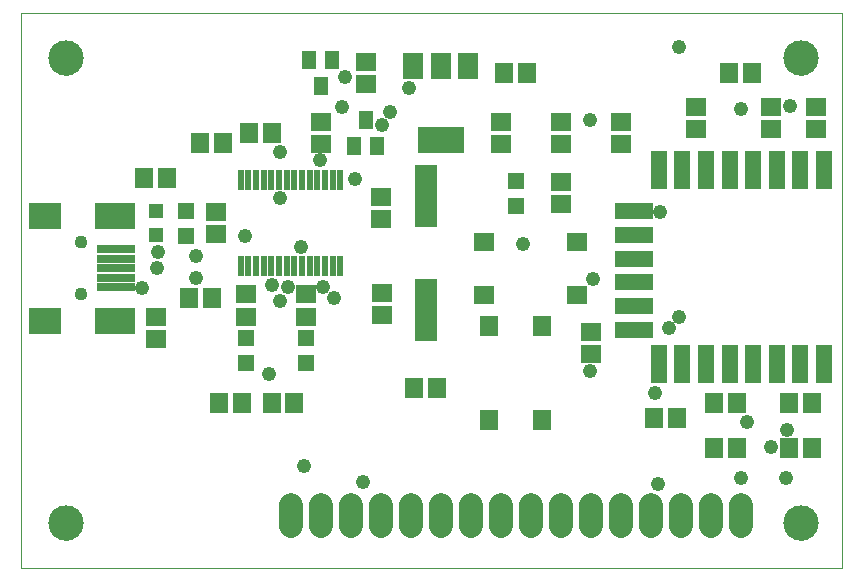
<source format=gts>
G75*
%MOIN*%
%OFA0B0*%
%FSLAX25Y25*%
%IPPOS*%
%LPD*%
%AMOC8*
5,1,8,0,0,1.08239X$1,22.5*
%
%ADD10C,0.00000*%
%ADD11C,0.11824*%
%ADD12R,0.06706X0.05918*%
%ADD13R,0.05918X0.06706*%
%ADD14R,0.02375X0.06706*%
%ADD15R,0.06706X0.08674*%
%ADD16R,0.15761X0.08674*%
%ADD17R,0.04737X0.04737*%
%ADD18R,0.05524X0.05524*%
%ADD19R,0.07800X0.20800*%
%ADD20R,0.05918X0.06902*%
%ADD21R,0.06902X0.05918*%
%ADD22R,0.04737X0.06312*%
%ADD23R,0.05524X0.12611*%
%ADD24R,0.12611X0.05524*%
%ADD25R,0.10643X0.08674*%
%ADD26R,0.13792X0.08674*%
%ADD27R,0.13005X0.02769*%
%ADD28C,0.04343*%
%ADD29C,0.07887*%
%ADD30C,0.04800*%
%ADD31C,0.04762*%
D10*
X0021404Y0011404D02*
X0021404Y0196364D01*
X0295104Y0196364D01*
X0295104Y0011404D01*
X0021404Y0011404D01*
X0030892Y0026404D02*
X0030894Y0026552D01*
X0030900Y0026700D01*
X0030910Y0026848D01*
X0030924Y0026995D01*
X0030942Y0027142D01*
X0030963Y0027288D01*
X0030989Y0027434D01*
X0031019Y0027579D01*
X0031052Y0027723D01*
X0031090Y0027866D01*
X0031131Y0028008D01*
X0031176Y0028149D01*
X0031224Y0028289D01*
X0031277Y0028428D01*
X0031333Y0028565D01*
X0031393Y0028700D01*
X0031456Y0028834D01*
X0031523Y0028966D01*
X0031594Y0029096D01*
X0031668Y0029224D01*
X0031745Y0029350D01*
X0031826Y0029474D01*
X0031910Y0029596D01*
X0031997Y0029715D01*
X0032088Y0029832D01*
X0032182Y0029947D01*
X0032278Y0030059D01*
X0032378Y0030169D01*
X0032480Y0030275D01*
X0032586Y0030379D01*
X0032694Y0030480D01*
X0032805Y0030578D01*
X0032918Y0030674D01*
X0033034Y0030766D01*
X0033152Y0030855D01*
X0033273Y0030940D01*
X0033396Y0031023D01*
X0033521Y0031102D01*
X0033648Y0031178D01*
X0033777Y0031250D01*
X0033908Y0031319D01*
X0034041Y0031384D01*
X0034176Y0031445D01*
X0034312Y0031503D01*
X0034449Y0031558D01*
X0034588Y0031608D01*
X0034729Y0031655D01*
X0034870Y0031698D01*
X0035013Y0031738D01*
X0035157Y0031773D01*
X0035301Y0031805D01*
X0035447Y0031832D01*
X0035593Y0031856D01*
X0035740Y0031876D01*
X0035887Y0031892D01*
X0036034Y0031904D01*
X0036182Y0031912D01*
X0036330Y0031916D01*
X0036478Y0031916D01*
X0036626Y0031912D01*
X0036774Y0031904D01*
X0036921Y0031892D01*
X0037068Y0031876D01*
X0037215Y0031856D01*
X0037361Y0031832D01*
X0037507Y0031805D01*
X0037651Y0031773D01*
X0037795Y0031738D01*
X0037938Y0031698D01*
X0038079Y0031655D01*
X0038220Y0031608D01*
X0038359Y0031558D01*
X0038496Y0031503D01*
X0038632Y0031445D01*
X0038767Y0031384D01*
X0038900Y0031319D01*
X0039031Y0031250D01*
X0039160Y0031178D01*
X0039287Y0031102D01*
X0039412Y0031023D01*
X0039535Y0030940D01*
X0039656Y0030855D01*
X0039774Y0030766D01*
X0039890Y0030674D01*
X0040003Y0030578D01*
X0040114Y0030480D01*
X0040222Y0030379D01*
X0040328Y0030275D01*
X0040430Y0030169D01*
X0040530Y0030059D01*
X0040626Y0029947D01*
X0040720Y0029832D01*
X0040811Y0029715D01*
X0040898Y0029596D01*
X0040982Y0029474D01*
X0041063Y0029350D01*
X0041140Y0029224D01*
X0041214Y0029096D01*
X0041285Y0028966D01*
X0041352Y0028834D01*
X0041415Y0028700D01*
X0041475Y0028565D01*
X0041531Y0028428D01*
X0041584Y0028289D01*
X0041632Y0028149D01*
X0041677Y0028008D01*
X0041718Y0027866D01*
X0041756Y0027723D01*
X0041789Y0027579D01*
X0041819Y0027434D01*
X0041845Y0027288D01*
X0041866Y0027142D01*
X0041884Y0026995D01*
X0041898Y0026848D01*
X0041908Y0026700D01*
X0041914Y0026552D01*
X0041916Y0026404D01*
X0041914Y0026256D01*
X0041908Y0026108D01*
X0041898Y0025960D01*
X0041884Y0025813D01*
X0041866Y0025666D01*
X0041845Y0025520D01*
X0041819Y0025374D01*
X0041789Y0025229D01*
X0041756Y0025085D01*
X0041718Y0024942D01*
X0041677Y0024800D01*
X0041632Y0024659D01*
X0041584Y0024519D01*
X0041531Y0024380D01*
X0041475Y0024243D01*
X0041415Y0024108D01*
X0041352Y0023974D01*
X0041285Y0023842D01*
X0041214Y0023712D01*
X0041140Y0023584D01*
X0041063Y0023458D01*
X0040982Y0023334D01*
X0040898Y0023212D01*
X0040811Y0023093D01*
X0040720Y0022976D01*
X0040626Y0022861D01*
X0040530Y0022749D01*
X0040430Y0022639D01*
X0040328Y0022533D01*
X0040222Y0022429D01*
X0040114Y0022328D01*
X0040003Y0022230D01*
X0039890Y0022134D01*
X0039774Y0022042D01*
X0039656Y0021953D01*
X0039535Y0021868D01*
X0039412Y0021785D01*
X0039287Y0021706D01*
X0039160Y0021630D01*
X0039031Y0021558D01*
X0038900Y0021489D01*
X0038767Y0021424D01*
X0038632Y0021363D01*
X0038496Y0021305D01*
X0038359Y0021250D01*
X0038220Y0021200D01*
X0038079Y0021153D01*
X0037938Y0021110D01*
X0037795Y0021070D01*
X0037651Y0021035D01*
X0037507Y0021003D01*
X0037361Y0020976D01*
X0037215Y0020952D01*
X0037068Y0020932D01*
X0036921Y0020916D01*
X0036774Y0020904D01*
X0036626Y0020896D01*
X0036478Y0020892D01*
X0036330Y0020892D01*
X0036182Y0020896D01*
X0036034Y0020904D01*
X0035887Y0020916D01*
X0035740Y0020932D01*
X0035593Y0020952D01*
X0035447Y0020976D01*
X0035301Y0021003D01*
X0035157Y0021035D01*
X0035013Y0021070D01*
X0034870Y0021110D01*
X0034729Y0021153D01*
X0034588Y0021200D01*
X0034449Y0021250D01*
X0034312Y0021305D01*
X0034176Y0021363D01*
X0034041Y0021424D01*
X0033908Y0021489D01*
X0033777Y0021558D01*
X0033648Y0021630D01*
X0033521Y0021706D01*
X0033396Y0021785D01*
X0033273Y0021868D01*
X0033152Y0021953D01*
X0033034Y0022042D01*
X0032918Y0022134D01*
X0032805Y0022230D01*
X0032694Y0022328D01*
X0032586Y0022429D01*
X0032480Y0022533D01*
X0032378Y0022639D01*
X0032278Y0022749D01*
X0032182Y0022861D01*
X0032088Y0022976D01*
X0031997Y0023093D01*
X0031910Y0023212D01*
X0031826Y0023334D01*
X0031745Y0023458D01*
X0031668Y0023584D01*
X0031594Y0023712D01*
X0031523Y0023842D01*
X0031456Y0023974D01*
X0031393Y0024108D01*
X0031333Y0024243D01*
X0031277Y0024380D01*
X0031224Y0024519D01*
X0031176Y0024659D01*
X0031131Y0024800D01*
X0031090Y0024942D01*
X0031052Y0025085D01*
X0031019Y0025229D01*
X0030989Y0025374D01*
X0030963Y0025520D01*
X0030942Y0025666D01*
X0030924Y0025813D01*
X0030910Y0025960D01*
X0030900Y0026108D01*
X0030894Y0026256D01*
X0030892Y0026404D01*
X0039632Y0102742D02*
X0039634Y0102826D01*
X0039640Y0102909D01*
X0039650Y0102992D01*
X0039664Y0103075D01*
X0039681Y0103157D01*
X0039703Y0103238D01*
X0039728Y0103317D01*
X0039757Y0103396D01*
X0039790Y0103473D01*
X0039826Y0103548D01*
X0039866Y0103622D01*
X0039909Y0103694D01*
X0039956Y0103763D01*
X0040006Y0103830D01*
X0040059Y0103895D01*
X0040115Y0103957D01*
X0040173Y0104017D01*
X0040235Y0104074D01*
X0040299Y0104127D01*
X0040366Y0104178D01*
X0040435Y0104225D01*
X0040506Y0104270D01*
X0040579Y0104310D01*
X0040654Y0104347D01*
X0040731Y0104381D01*
X0040809Y0104411D01*
X0040888Y0104437D01*
X0040969Y0104460D01*
X0041051Y0104478D01*
X0041133Y0104493D01*
X0041216Y0104504D01*
X0041299Y0104511D01*
X0041383Y0104514D01*
X0041467Y0104513D01*
X0041550Y0104508D01*
X0041634Y0104499D01*
X0041716Y0104486D01*
X0041798Y0104470D01*
X0041879Y0104449D01*
X0041960Y0104425D01*
X0042038Y0104397D01*
X0042116Y0104365D01*
X0042192Y0104329D01*
X0042266Y0104290D01*
X0042338Y0104248D01*
X0042408Y0104202D01*
X0042476Y0104153D01*
X0042541Y0104101D01*
X0042604Y0104046D01*
X0042664Y0103988D01*
X0042722Y0103927D01*
X0042776Y0103863D01*
X0042828Y0103797D01*
X0042876Y0103729D01*
X0042921Y0103658D01*
X0042962Y0103585D01*
X0043001Y0103511D01*
X0043035Y0103435D01*
X0043066Y0103357D01*
X0043093Y0103278D01*
X0043117Y0103197D01*
X0043136Y0103116D01*
X0043152Y0103034D01*
X0043164Y0102951D01*
X0043172Y0102867D01*
X0043176Y0102784D01*
X0043176Y0102700D01*
X0043172Y0102617D01*
X0043164Y0102533D01*
X0043152Y0102450D01*
X0043136Y0102368D01*
X0043117Y0102287D01*
X0043093Y0102206D01*
X0043066Y0102127D01*
X0043035Y0102049D01*
X0043001Y0101973D01*
X0042962Y0101899D01*
X0042921Y0101826D01*
X0042876Y0101755D01*
X0042828Y0101687D01*
X0042776Y0101621D01*
X0042722Y0101557D01*
X0042664Y0101496D01*
X0042604Y0101438D01*
X0042541Y0101383D01*
X0042476Y0101331D01*
X0042408Y0101282D01*
X0042338Y0101236D01*
X0042266Y0101194D01*
X0042192Y0101155D01*
X0042116Y0101119D01*
X0042038Y0101087D01*
X0041960Y0101059D01*
X0041879Y0101035D01*
X0041798Y0101014D01*
X0041716Y0100998D01*
X0041634Y0100985D01*
X0041550Y0100976D01*
X0041467Y0100971D01*
X0041383Y0100970D01*
X0041299Y0100973D01*
X0041216Y0100980D01*
X0041133Y0100991D01*
X0041051Y0101006D01*
X0040969Y0101024D01*
X0040888Y0101047D01*
X0040809Y0101073D01*
X0040731Y0101103D01*
X0040654Y0101137D01*
X0040579Y0101174D01*
X0040506Y0101214D01*
X0040435Y0101259D01*
X0040366Y0101306D01*
X0040299Y0101357D01*
X0040235Y0101410D01*
X0040173Y0101467D01*
X0040115Y0101527D01*
X0040059Y0101589D01*
X0040006Y0101654D01*
X0039956Y0101721D01*
X0039909Y0101790D01*
X0039866Y0101862D01*
X0039826Y0101936D01*
X0039790Y0102011D01*
X0039757Y0102088D01*
X0039728Y0102167D01*
X0039703Y0102246D01*
X0039681Y0102327D01*
X0039664Y0102409D01*
X0039650Y0102492D01*
X0039640Y0102575D01*
X0039634Y0102658D01*
X0039632Y0102742D01*
X0039632Y0120065D02*
X0039634Y0120149D01*
X0039640Y0120232D01*
X0039650Y0120315D01*
X0039664Y0120398D01*
X0039681Y0120480D01*
X0039703Y0120561D01*
X0039728Y0120640D01*
X0039757Y0120719D01*
X0039790Y0120796D01*
X0039826Y0120871D01*
X0039866Y0120945D01*
X0039909Y0121017D01*
X0039956Y0121086D01*
X0040006Y0121153D01*
X0040059Y0121218D01*
X0040115Y0121280D01*
X0040173Y0121340D01*
X0040235Y0121397D01*
X0040299Y0121450D01*
X0040366Y0121501D01*
X0040435Y0121548D01*
X0040506Y0121593D01*
X0040579Y0121633D01*
X0040654Y0121670D01*
X0040731Y0121704D01*
X0040809Y0121734D01*
X0040888Y0121760D01*
X0040969Y0121783D01*
X0041051Y0121801D01*
X0041133Y0121816D01*
X0041216Y0121827D01*
X0041299Y0121834D01*
X0041383Y0121837D01*
X0041467Y0121836D01*
X0041550Y0121831D01*
X0041634Y0121822D01*
X0041716Y0121809D01*
X0041798Y0121793D01*
X0041879Y0121772D01*
X0041960Y0121748D01*
X0042038Y0121720D01*
X0042116Y0121688D01*
X0042192Y0121652D01*
X0042266Y0121613D01*
X0042338Y0121571D01*
X0042408Y0121525D01*
X0042476Y0121476D01*
X0042541Y0121424D01*
X0042604Y0121369D01*
X0042664Y0121311D01*
X0042722Y0121250D01*
X0042776Y0121186D01*
X0042828Y0121120D01*
X0042876Y0121052D01*
X0042921Y0120981D01*
X0042962Y0120908D01*
X0043001Y0120834D01*
X0043035Y0120758D01*
X0043066Y0120680D01*
X0043093Y0120601D01*
X0043117Y0120520D01*
X0043136Y0120439D01*
X0043152Y0120357D01*
X0043164Y0120274D01*
X0043172Y0120190D01*
X0043176Y0120107D01*
X0043176Y0120023D01*
X0043172Y0119940D01*
X0043164Y0119856D01*
X0043152Y0119773D01*
X0043136Y0119691D01*
X0043117Y0119610D01*
X0043093Y0119529D01*
X0043066Y0119450D01*
X0043035Y0119372D01*
X0043001Y0119296D01*
X0042962Y0119222D01*
X0042921Y0119149D01*
X0042876Y0119078D01*
X0042828Y0119010D01*
X0042776Y0118944D01*
X0042722Y0118880D01*
X0042664Y0118819D01*
X0042604Y0118761D01*
X0042541Y0118706D01*
X0042476Y0118654D01*
X0042408Y0118605D01*
X0042338Y0118559D01*
X0042266Y0118517D01*
X0042192Y0118478D01*
X0042116Y0118442D01*
X0042038Y0118410D01*
X0041960Y0118382D01*
X0041879Y0118358D01*
X0041798Y0118337D01*
X0041716Y0118321D01*
X0041634Y0118308D01*
X0041550Y0118299D01*
X0041467Y0118294D01*
X0041383Y0118293D01*
X0041299Y0118296D01*
X0041216Y0118303D01*
X0041133Y0118314D01*
X0041051Y0118329D01*
X0040969Y0118347D01*
X0040888Y0118370D01*
X0040809Y0118396D01*
X0040731Y0118426D01*
X0040654Y0118460D01*
X0040579Y0118497D01*
X0040506Y0118537D01*
X0040435Y0118582D01*
X0040366Y0118629D01*
X0040299Y0118680D01*
X0040235Y0118733D01*
X0040173Y0118790D01*
X0040115Y0118850D01*
X0040059Y0118912D01*
X0040006Y0118977D01*
X0039956Y0119044D01*
X0039909Y0119113D01*
X0039866Y0119185D01*
X0039826Y0119259D01*
X0039790Y0119334D01*
X0039757Y0119411D01*
X0039728Y0119490D01*
X0039703Y0119569D01*
X0039681Y0119650D01*
X0039664Y0119732D01*
X0039650Y0119815D01*
X0039640Y0119898D01*
X0039634Y0119981D01*
X0039632Y0120065D01*
X0030892Y0181404D02*
X0030894Y0181552D01*
X0030900Y0181700D01*
X0030910Y0181848D01*
X0030924Y0181995D01*
X0030942Y0182142D01*
X0030963Y0182288D01*
X0030989Y0182434D01*
X0031019Y0182579D01*
X0031052Y0182723D01*
X0031090Y0182866D01*
X0031131Y0183008D01*
X0031176Y0183149D01*
X0031224Y0183289D01*
X0031277Y0183428D01*
X0031333Y0183565D01*
X0031393Y0183700D01*
X0031456Y0183834D01*
X0031523Y0183966D01*
X0031594Y0184096D01*
X0031668Y0184224D01*
X0031745Y0184350D01*
X0031826Y0184474D01*
X0031910Y0184596D01*
X0031997Y0184715D01*
X0032088Y0184832D01*
X0032182Y0184947D01*
X0032278Y0185059D01*
X0032378Y0185169D01*
X0032480Y0185275D01*
X0032586Y0185379D01*
X0032694Y0185480D01*
X0032805Y0185578D01*
X0032918Y0185674D01*
X0033034Y0185766D01*
X0033152Y0185855D01*
X0033273Y0185940D01*
X0033396Y0186023D01*
X0033521Y0186102D01*
X0033648Y0186178D01*
X0033777Y0186250D01*
X0033908Y0186319D01*
X0034041Y0186384D01*
X0034176Y0186445D01*
X0034312Y0186503D01*
X0034449Y0186558D01*
X0034588Y0186608D01*
X0034729Y0186655D01*
X0034870Y0186698D01*
X0035013Y0186738D01*
X0035157Y0186773D01*
X0035301Y0186805D01*
X0035447Y0186832D01*
X0035593Y0186856D01*
X0035740Y0186876D01*
X0035887Y0186892D01*
X0036034Y0186904D01*
X0036182Y0186912D01*
X0036330Y0186916D01*
X0036478Y0186916D01*
X0036626Y0186912D01*
X0036774Y0186904D01*
X0036921Y0186892D01*
X0037068Y0186876D01*
X0037215Y0186856D01*
X0037361Y0186832D01*
X0037507Y0186805D01*
X0037651Y0186773D01*
X0037795Y0186738D01*
X0037938Y0186698D01*
X0038079Y0186655D01*
X0038220Y0186608D01*
X0038359Y0186558D01*
X0038496Y0186503D01*
X0038632Y0186445D01*
X0038767Y0186384D01*
X0038900Y0186319D01*
X0039031Y0186250D01*
X0039160Y0186178D01*
X0039287Y0186102D01*
X0039412Y0186023D01*
X0039535Y0185940D01*
X0039656Y0185855D01*
X0039774Y0185766D01*
X0039890Y0185674D01*
X0040003Y0185578D01*
X0040114Y0185480D01*
X0040222Y0185379D01*
X0040328Y0185275D01*
X0040430Y0185169D01*
X0040530Y0185059D01*
X0040626Y0184947D01*
X0040720Y0184832D01*
X0040811Y0184715D01*
X0040898Y0184596D01*
X0040982Y0184474D01*
X0041063Y0184350D01*
X0041140Y0184224D01*
X0041214Y0184096D01*
X0041285Y0183966D01*
X0041352Y0183834D01*
X0041415Y0183700D01*
X0041475Y0183565D01*
X0041531Y0183428D01*
X0041584Y0183289D01*
X0041632Y0183149D01*
X0041677Y0183008D01*
X0041718Y0182866D01*
X0041756Y0182723D01*
X0041789Y0182579D01*
X0041819Y0182434D01*
X0041845Y0182288D01*
X0041866Y0182142D01*
X0041884Y0181995D01*
X0041898Y0181848D01*
X0041908Y0181700D01*
X0041914Y0181552D01*
X0041916Y0181404D01*
X0041914Y0181256D01*
X0041908Y0181108D01*
X0041898Y0180960D01*
X0041884Y0180813D01*
X0041866Y0180666D01*
X0041845Y0180520D01*
X0041819Y0180374D01*
X0041789Y0180229D01*
X0041756Y0180085D01*
X0041718Y0179942D01*
X0041677Y0179800D01*
X0041632Y0179659D01*
X0041584Y0179519D01*
X0041531Y0179380D01*
X0041475Y0179243D01*
X0041415Y0179108D01*
X0041352Y0178974D01*
X0041285Y0178842D01*
X0041214Y0178712D01*
X0041140Y0178584D01*
X0041063Y0178458D01*
X0040982Y0178334D01*
X0040898Y0178212D01*
X0040811Y0178093D01*
X0040720Y0177976D01*
X0040626Y0177861D01*
X0040530Y0177749D01*
X0040430Y0177639D01*
X0040328Y0177533D01*
X0040222Y0177429D01*
X0040114Y0177328D01*
X0040003Y0177230D01*
X0039890Y0177134D01*
X0039774Y0177042D01*
X0039656Y0176953D01*
X0039535Y0176868D01*
X0039412Y0176785D01*
X0039287Y0176706D01*
X0039160Y0176630D01*
X0039031Y0176558D01*
X0038900Y0176489D01*
X0038767Y0176424D01*
X0038632Y0176363D01*
X0038496Y0176305D01*
X0038359Y0176250D01*
X0038220Y0176200D01*
X0038079Y0176153D01*
X0037938Y0176110D01*
X0037795Y0176070D01*
X0037651Y0176035D01*
X0037507Y0176003D01*
X0037361Y0175976D01*
X0037215Y0175952D01*
X0037068Y0175932D01*
X0036921Y0175916D01*
X0036774Y0175904D01*
X0036626Y0175896D01*
X0036478Y0175892D01*
X0036330Y0175892D01*
X0036182Y0175896D01*
X0036034Y0175904D01*
X0035887Y0175916D01*
X0035740Y0175932D01*
X0035593Y0175952D01*
X0035447Y0175976D01*
X0035301Y0176003D01*
X0035157Y0176035D01*
X0035013Y0176070D01*
X0034870Y0176110D01*
X0034729Y0176153D01*
X0034588Y0176200D01*
X0034449Y0176250D01*
X0034312Y0176305D01*
X0034176Y0176363D01*
X0034041Y0176424D01*
X0033908Y0176489D01*
X0033777Y0176558D01*
X0033648Y0176630D01*
X0033521Y0176706D01*
X0033396Y0176785D01*
X0033273Y0176868D01*
X0033152Y0176953D01*
X0033034Y0177042D01*
X0032918Y0177134D01*
X0032805Y0177230D01*
X0032694Y0177328D01*
X0032586Y0177429D01*
X0032480Y0177533D01*
X0032378Y0177639D01*
X0032278Y0177749D01*
X0032182Y0177861D01*
X0032088Y0177976D01*
X0031997Y0178093D01*
X0031910Y0178212D01*
X0031826Y0178334D01*
X0031745Y0178458D01*
X0031668Y0178584D01*
X0031594Y0178712D01*
X0031523Y0178842D01*
X0031456Y0178974D01*
X0031393Y0179108D01*
X0031333Y0179243D01*
X0031277Y0179380D01*
X0031224Y0179519D01*
X0031176Y0179659D01*
X0031131Y0179800D01*
X0031090Y0179942D01*
X0031052Y0180085D01*
X0031019Y0180229D01*
X0030989Y0180374D01*
X0030963Y0180520D01*
X0030942Y0180666D01*
X0030924Y0180813D01*
X0030910Y0180960D01*
X0030900Y0181108D01*
X0030894Y0181256D01*
X0030892Y0181404D01*
X0275892Y0181404D02*
X0275894Y0181552D01*
X0275900Y0181700D01*
X0275910Y0181848D01*
X0275924Y0181995D01*
X0275942Y0182142D01*
X0275963Y0182288D01*
X0275989Y0182434D01*
X0276019Y0182579D01*
X0276052Y0182723D01*
X0276090Y0182866D01*
X0276131Y0183008D01*
X0276176Y0183149D01*
X0276224Y0183289D01*
X0276277Y0183428D01*
X0276333Y0183565D01*
X0276393Y0183700D01*
X0276456Y0183834D01*
X0276523Y0183966D01*
X0276594Y0184096D01*
X0276668Y0184224D01*
X0276745Y0184350D01*
X0276826Y0184474D01*
X0276910Y0184596D01*
X0276997Y0184715D01*
X0277088Y0184832D01*
X0277182Y0184947D01*
X0277278Y0185059D01*
X0277378Y0185169D01*
X0277480Y0185275D01*
X0277586Y0185379D01*
X0277694Y0185480D01*
X0277805Y0185578D01*
X0277918Y0185674D01*
X0278034Y0185766D01*
X0278152Y0185855D01*
X0278273Y0185940D01*
X0278396Y0186023D01*
X0278521Y0186102D01*
X0278648Y0186178D01*
X0278777Y0186250D01*
X0278908Y0186319D01*
X0279041Y0186384D01*
X0279176Y0186445D01*
X0279312Y0186503D01*
X0279449Y0186558D01*
X0279588Y0186608D01*
X0279729Y0186655D01*
X0279870Y0186698D01*
X0280013Y0186738D01*
X0280157Y0186773D01*
X0280301Y0186805D01*
X0280447Y0186832D01*
X0280593Y0186856D01*
X0280740Y0186876D01*
X0280887Y0186892D01*
X0281034Y0186904D01*
X0281182Y0186912D01*
X0281330Y0186916D01*
X0281478Y0186916D01*
X0281626Y0186912D01*
X0281774Y0186904D01*
X0281921Y0186892D01*
X0282068Y0186876D01*
X0282215Y0186856D01*
X0282361Y0186832D01*
X0282507Y0186805D01*
X0282651Y0186773D01*
X0282795Y0186738D01*
X0282938Y0186698D01*
X0283079Y0186655D01*
X0283220Y0186608D01*
X0283359Y0186558D01*
X0283496Y0186503D01*
X0283632Y0186445D01*
X0283767Y0186384D01*
X0283900Y0186319D01*
X0284031Y0186250D01*
X0284160Y0186178D01*
X0284287Y0186102D01*
X0284412Y0186023D01*
X0284535Y0185940D01*
X0284656Y0185855D01*
X0284774Y0185766D01*
X0284890Y0185674D01*
X0285003Y0185578D01*
X0285114Y0185480D01*
X0285222Y0185379D01*
X0285328Y0185275D01*
X0285430Y0185169D01*
X0285530Y0185059D01*
X0285626Y0184947D01*
X0285720Y0184832D01*
X0285811Y0184715D01*
X0285898Y0184596D01*
X0285982Y0184474D01*
X0286063Y0184350D01*
X0286140Y0184224D01*
X0286214Y0184096D01*
X0286285Y0183966D01*
X0286352Y0183834D01*
X0286415Y0183700D01*
X0286475Y0183565D01*
X0286531Y0183428D01*
X0286584Y0183289D01*
X0286632Y0183149D01*
X0286677Y0183008D01*
X0286718Y0182866D01*
X0286756Y0182723D01*
X0286789Y0182579D01*
X0286819Y0182434D01*
X0286845Y0182288D01*
X0286866Y0182142D01*
X0286884Y0181995D01*
X0286898Y0181848D01*
X0286908Y0181700D01*
X0286914Y0181552D01*
X0286916Y0181404D01*
X0286914Y0181256D01*
X0286908Y0181108D01*
X0286898Y0180960D01*
X0286884Y0180813D01*
X0286866Y0180666D01*
X0286845Y0180520D01*
X0286819Y0180374D01*
X0286789Y0180229D01*
X0286756Y0180085D01*
X0286718Y0179942D01*
X0286677Y0179800D01*
X0286632Y0179659D01*
X0286584Y0179519D01*
X0286531Y0179380D01*
X0286475Y0179243D01*
X0286415Y0179108D01*
X0286352Y0178974D01*
X0286285Y0178842D01*
X0286214Y0178712D01*
X0286140Y0178584D01*
X0286063Y0178458D01*
X0285982Y0178334D01*
X0285898Y0178212D01*
X0285811Y0178093D01*
X0285720Y0177976D01*
X0285626Y0177861D01*
X0285530Y0177749D01*
X0285430Y0177639D01*
X0285328Y0177533D01*
X0285222Y0177429D01*
X0285114Y0177328D01*
X0285003Y0177230D01*
X0284890Y0177134D01*
X0284774Y0177042D01*
X0284656Y0176953D01*
X0284535Y0176868D01*
X0284412Y0176785D01*
X0284287Y0176706D01*
X0284160Y0176630D01*
X0284031Y0176558D01*
X0283900Y0176489D01*
X0283767Y0176424D01*
X0283632Y0176363D01*
X0283496Y0176305D01*
X0283359Y0176250D01*
X0283220Y0176200D01*
X0283079Y0176153D01*
X0282938Y0176110D01*
X0282795Y0176070D01*
X0282651Y0176035D01*
X0282507Y0176003D01*
X0282361Y0175976D01*
X0282215Y0175952D01*
X0282068Y0175932D01*
X0281921Y0175916D01*
X0281774Y0175904D01*
X0281626Y0175896D01*
X0281478Y0175892D01*
X0281330Y0175892D01*
X0281182Y0175896D01*
X0281034Y0175904D01*
X0280887Y0175916D01*
X0280740Y0175932D01*
X0280593Y0175952D01*
X0280447Y0175976D01*
X0280301Y0176003D01*
X0280157Y0176035D01*
X0280013Y0176070D01*
X0279870Y0176110D01*
X0279729Y0176153D01*
X0279588Y0176200D01*
X0279449Y0176250D01*
X0279312Y0176305D01*
X0279176Y0176363D01*
X0279041Y0176424D01*
X0278908Y0176489D01*
X0278777Y0176558D01*
X0278648Y0176630D01*
X0278521Y0176706D01*
X0278396Y0176785D01*
X0278273Y0176868D01*
X0278152Y0176953D01*
X0278034Y0177042D01*
X0277918Y0177134D01*
X0277805Y0177230D01*
X0277694Y0177328D01*
X0277586Y0177429D01*
X0277480Y0177533D01*
X0277378Y0177639D01*
X0277278Y0177749D01*
X0277182Y0177861D01*
X0277088Y0177976D01*
X0276997Y0178093D01*
X0276910Y0178212D01*
X0276826Y0178334D01*
X0276745Y0178458D01*
X0276668Y0178584D01*
X0276594Y0178712D01*
X0276523Y0178842D01*
X0276456Y0178974D01*
X0276393Y0179108D01*
X0276333Y0179243D01*
X0276277Y0179380D01*
X0276224Y0179519D01*
X0276176Y0179659D01*
X0276131Y0179800D01*
X0276090Y0179942D01*
X0276052Y0180085D01*
X0276019Y0180229D01*
X0275989Y0180374D01*
X0275963Y0180520D01*
X0275942Y0180666D01*
X0275924Y0180813D01*
X0275910Y0180960D01*
X0275900Y0181108D01*
X0275894Y0181256D01*
X0275892Y0181404D01*
X0275892Y0026404D02*
X0275894Y0026552D01*
X0275900Y0026700D01*
X0275910Y0026848D01*
X0275924Y0026995D01*
X0275942Y0027142D01*
X0275963Y0027288D01*
X0275989Y0027434D01*
X0276019Y0027579D01*
X0276052Y0027723D01*
X0276090Y0027866D01*
X0276131Y0028008D01*
X0276176Y0028149D01*
X0276224Y0028289D01*
X0276277Y0028428D01*
X0276333Y0028565D01*
X0276393Y0028700D01*
X0276456Y0028834D01*
X0276523Y0028966D01*
X0276594Y0029096D01*
X0276668Y0029224D01*
X0276745Y0029350D01*
X0276826Y0029474D01*
X0276910Y0029596D01*
X0276997Y0029715D01*
X0277088Y0029832D01*
X0277182Y0029947D01*
X0277278Y0030059D01*
X0277378Y0030169D01*
X0277480Y0030275D01*
X0277586Y0030379D01*
X0277694Y0030480D01*
X0277805Y0030578D01*
X0277918Y0030674D01*
X0278034Y0030766D01*
X0278152Y0030855D01*
X0278273Y0030940D01*
X0278396Y0031023D01*
X0278521Y0031102D01*
X0278648Y0031178D01*
X0278777Y0031250D01*
X0278908Y0031319D01*
X0279041Y0031384D01*
X0279176Y0031445D01*
X0279312Y0031503D01*
X0279449Y0031558D01*
X0279588Y0031608D01*
X0279729Y0031655D01*
X0279870Y0031698D01*
X0280013Y0031738D01*
X0280157Y0031773D01*
X0280301Y0031805D01*
X0280447Y0031832D01*
X0280593Y0031856D01*
X0280740Y0031876D01*
X0280887Y0031892D01*
X0281034Y0031904D01*
X0281182Y0031912D01*
X0281330Y0031916D01*
X0281478Y0031916D01*
X0281626Y0031912D01*
X0281774Y0031904D01*
X0281921Y0031892D01*
X0282068Y0031876D01*
X0282215Y0031856D01*
X0282361Y0031832D01*
X0282507Y0031805D01*
X0282651Y0031773D01*
X0282795Y0031738D01*
X0282938Y0031698D01*
X0283079Y0031655D01*
X0283220Y0031608D01*
X0283359Y0031558D01*
X0283496Y0031503D01*
X0283632Y0031445D01*
X0283767Y0031384D01*
X0283900Y0031319D01*
X0284031Y0031250D01*
X0284160Y0031178D01*
X0284287Y0031102D01*
X0284412Y0031023D01*
X0284535Y0030940D01*
X0284656Y0030855D01*
X0284774Y0030766D01*
X0284890Y0030674D01*
X0285003Y0030578D01*
X0285114Y0030480D01*
X0285222Y0030379D01*
X0285328Y0030275D01*
X0285430Y0030169D01*
X0285530Y0030059D01*
X0285626Y0029947D01*
X0285720Y0029832D01*
X0285811Y0029715D01*
X0285898Y0029596D01*
X0285982Y0029474D01*
X0286063Y0029350D01*
X0286140Y0029224D01*
X0286214Y0029096D01*
X0286285Y0028966D01*
X0286352Y0028834D01*
X0286415Y0028700D01*
X0286475Y0028565D01*
X0286531Y0028428D01*
X0286584Y0028289D01*
X0286632Y0028149D01*
X0286677Y0028008D01*
X0286718Y0027866D01*
X0286756Y0027723D01*
X0286789Y0027579D01*
X0286819Y0027434D01*
X0286845Y0027288D01*
X0286866Y0027142D01*
X0286884Y0026995D01*
X0286898Y0026848D01*
X0286908Y0026700D01*
X0286914Y0026552D01*
X0286916Y0026404D01*
X0286914Y0026256D01*
X0286908Y0026108D01*
X0286898Y0025960D01*
X0286884Y0025813D01*
X0286866Y0025666D01*
X0286845Y0025520D01*
X0286819Y0025374D01*
X0286789Y0025229D01*
X0286756Y0025085D01*
X0286718Y0024942D01*
X0286677Y0024800D01*
X0286632Y0024659D01*
X0286584Y0024519D01*
X0286531Y0024380D01*
X0286475Y0024243D01*
X0286415Y0024108D01*
X0286352Y0023974D01*
X0286285Y0023842D01*
X0286214Y0023712D01*
X0286140Y0023584D01*
X0286063Y0023458D01*
X0285982Y0023334D01*
X0285898Y0023212D01*
X0285811Y0023093D01*
X0285720Y0022976D01*
X0285626Y0022861D01*
X0285530Y0022749D01*
X0285430Y0022639D01*
X0285328Y0022533D01*
X0285222Y0022429D01*
X0285114Y0022328D01*
X0285003Y0022230D01*
X0284890Y0022134D01*
X0284774Y0022042D01*
X0284656Y0021953D01*
X0284535Y0021868D01*
X0284412Y0021785D01*
X0284287Y0021706D01*
X0284160Y0021630D01*
X0284031Y0021558D01*
X0283900Y0021489D01*
X0283767Y0021424D01*
X0283632Y0021363D01*
X0283496Y0021305D01*
X0283359Y0021250D01*
X0283220Y0021200D01*
X0283079Y0021153D01*
X0282938Y0021110D01*
X0282795Y0021070D01*
X0282651Y0021035D01*
X0282507Y0021003D01*
X0282361Y0020976D01*
X0282215Y0020952D01*
X0282068Y0020932D01*
X0281921Y0020916D01*
X0281774Y0020904D01*
X0281626Y0020896D01*
X0281478Y0020892D01*
X0281330Y0020892D01*
X0281182Y0020896D01*
X0281034Y0020904D01*
X0280887Y0020916D01*
X0280740Y0020932D01*
X0280593Y0020952D01*
X0280447Y0020976D01*
X0280301Y0021003D01*
X0280157Y0021035D01*
X0280013Y0021070D01*
X0279870Y0021110D01*
X0279729Y0021153D01*
X0279588Y0021200D01*
X0279449Y0021250D01*
X0279312Y0021305D01*
X0279176Y0021363D01*
X0279041Y0021424D01*
X0278908Y0021489D01*
X0278777Y0021558D01*
X0278648Y0021630D01*
X0278521Y0021706D01*
X0278396Y0021785D01*
X0278273Y0021868D01*
X0278152Y0021953D01*
X0278034Y0022042D01*
X0277918Y0022134D01*
X0277805Y0022230D01*
X0277694Y0022328D01*
X0277586Y0022429D01*
X0277480Y0022533D01*
X0277378Y0022639D01*
X0277278Y0022749D01*
X0277182Y0022861D01*
X0277088Y0022976D01*
X0276997Y0023093D01*
X0276910Y0023212D01*
X0276826Y0023334D01*
X0276745Y0023458D01*
X0276668Y0023584D01*
X0276594Y0023712D01*
X0276523Y0023842D01*
X0276456Y0023974D01*
X0276393Y0024108D01*
X0276333Y0024243D01*
X0276277Y0024380D01*
X0276224Y0024519D01*
X0276176Y0024659D01*
X0276131Y0024800D01*
X0276090Y0024942D01*
X0276052Y0025085D01*
X0276019Y0025229D01*
X0275989Y0025374D01*
X0275963Y0025520D01*
X0275942Y0025666D01*
X0275924Y0025813D01*
X0275910Y0025960D01*
X0275900Y0026108D01*
X0275894Y0026256D01*
X0275892Y0026404D01*
D11*
X0281404Y0026404D03*
X0281404Y0181404D03*
X0036404Y0181404D03*
X0036404Y0026404D03*
D12*
X0066404Y0087663D03*
X0066404Y0095144D03*
X0096404Y0095163D03*
X0096404Y0102644D03*
X0116404Y0102644D03*
X0116404Y0095163D03*
X0141886Y0095665D03*
X0141886Y0103146D03*
X0141404Y0127663D03*
X0141404Y0135144D03*
X0121404Y0152663D03*
X0121404Y0160144D03*
X0136404Y0172663D03*
X0136404Y0180144D03*
X0181404Y0160144D03*
X0181404Y0152663D03*
X0201404Y0152663D03*
X0201404Y0160144D03*
X0221404Y0160144D03*
X0221404Y0152663D03*
X0201404Y0140144D03*
X0201404Y0132663D03*
X0246404Y0157663D03*
X0246404Y0165144D03*
X0271404Y0165144D03*
X0271404Y0157663D03*
X0286404Y0157663D03*
X0286404Y0165144D03*
X0211404Y0090144D03*
X0211404Y0082663D03*
X0086404Y0122663D03*
X0086404Y0130144D03*
D13*
X0070144Y0141404D03*
X0062663Y0141404D03*
X0081384Y0153175D03*
X0088864Y0153175D03*
X0097663Y0156404D03*
X0105144Y0156404D03*
X0182663Y0176404D03*
X0190144Y0176404D03*
X0257663Y0176404D03*
X0265144Y0176404D03*
X0160144Y0071404D03*
X0152663Y0071404D03*
X0112644Y0066404D03*
X0105163Y0066404D03*
X0095144Y0066404D03*
X0087663Y0066404D03*
X0085144Y0101404D03*
X0077663Y0101404D03*
X0232663Y0061404D03*
X0240144Y0061404D03*
X0252663Y0066404D03*
X0260144Y0066404D03*
X0277663Y0066404D03*
X0285144Y0066404D03*
X0285144Y0051404D03*
X0277663Y0051404D03*
X0260144Y0051404D03*
X0252663Y0051404D03*
D14*
X0128037Y0112132D03*
X0125478Y0112132D03*
X0122919Y0112132D03*
X0120360Y0112132D03*
X0117801Y0112132D03*
X0115242Y0112132D03*
X0112683Y0112132D03*
X0110124Y0112132D03*
X0107565Y0112132D03*
X0105006Y0112132D03*
X0102447Y0112132D03*
X0099888Y0112132D03*
X0097329Y0112132D03*
X0094770Y0112132D03*
X0094770Y0140675D03*
X0097329Y0140675D03*
X0099888Y0140675D03*
X0102447Y0140675D03*
X0105006Y0140675D03*
X0107565Y0140675D03*
X0110124Y0140675D03*
X0112683Y0140675D03*
X0115242Y0140675D03*
X0117801Y0140675D03*
X0120360Y0140675D03*
X0122919Y0140675D03*
X0125478Y0140675D03*
X0128037Y0140675D03*
D15*
X0152348Y0178805D03*
X0161404Y0178805D03*
X0170459Y0178805D03*
D16*
X0161404Y0154002D03*
D17*
X0066404Y0130341D03*
X0066404Y0122467D03*
D18*
X0076404Y0122270D03*
X0076404Y0130537D03*
X0096404Y0088037D03*
X0096404Y0079770D03*
X0116404Y0079770D03*
X0116404Y0088037D03*
X0186404Y0132270D03*
X0186404Y0140537D03*
D19*
X0156404Y0135404D03*
X0156404Y0097404D03*
D20*
X0177545Y0092053D03*
X0195262Y0092053D03*
X0195262Y0060754D03*
X0177545Y0060754D03*
D21*
X0175754Y0102545D03*
X0175754Y0120262D03*
X0207053Y0120262D03*
X0207053Y0102545D03*
D22*
X0140144Y0152073D03*
X0132663Y0152073D03*
X0136404Y0160734D03*
X0121404Y0172073D03*
X0125144Y0180734D03*
X0117663Y0180734D03*
D23*
X0234120Y0144081D03*
X0241994Y0144081D03*
X0249868Y0144081D03*
X0257742Y0144081D03*
X0265616Y0144081D03*
X0273490Y0144081D03*
X0281364Y0144081D03*
X0289238Y0144081D03*
X0289238Y0079514D03*
X0281364Y0079514D03*
X0273490Y0079514D03*
X0265616Y0079514D03*
X0257742Y0079514D03*
X0249868Y0079514D03*
X0241994Y0079514D03*
X0234120Y0079514D03*
D24*
X0225852Y0090931D03*
X0225852Y0098805D03*
X0225852Y0106679D03*
X0225852Y0114553D03*
X0225852Y0122427D03*
X0225852Y0130301D03*
D25*
X0029593Y0128923D03*
X0029593Y0093884D03*
D26*
X0052821Y0093884D03*
X0052821Y0128923D03*
D27*
X0053215Y0117703D03*
X0053215Y0114553D03*
X0053215Y0111404D03*
X0053215Y0108254D03*
X0053215Y0105104D03*
D28*
X0041404Y0102742D03*
X0041404Y0120065D03*
D29*
X0111404Y0032447D02*
X0111404Y0025360D01*
X0121404Y0025360D02*
X0121404Y0032447D01*
X0131404Y0032447D02*
X0131404Y0025360D01*
X0141404Y0025360D02*
X0141404Y0032447D01*
X0151404Y0032447D02*
X0151404Y0025360D01*
X0161404Y0025360D02*
X0161404Y0032447D01*
X0171404Y0032447D02*
X0171404Y0025360D01*
X0181404Y0025360D02*
X0181404Y0032447D01*
X0191404Y0032447D02*
X0191404Y0025360D01*
X0201404Y0025360D02*
X0201404Y0032447D01*
X0211404Y0032447D02*
X0211404Y0025360D01*
X0221404Y0025360D02*
X0221404Y0032447D01*
X0231404Y0032447D02*
X0231404Y0025360D01*
X0241404Y0025360D02*
X0241404Y0032447D01*
X0251404Y0032447D02*
X0251404Y0025360D01*
X0261404Y0025360D02*
X0261404Y0032447D01*
D30*
X0233804Y0039304D03*
X0263504Y0060004D03*
X0271604Y0051904D03*
X0277004Y0057304D03*
X0232904Y0069904D03*
X0211304Y0077104D03*
X0237404Y0091504D03*
X0241004Y0095104D03*
X0212204Y0107704D03*
X0188804Y0119404D03*
X0234704Y0130204D03*
X0211304Y0160804D03*
X0241004Y0185104D03*
X0261704Y0164404D03*
X0277904Y0165304D03*
X0151004Y0171604D03*
X0144704Y0163504D03*
X0142004Y0159004D03*
X0121304Y0147304D03*
X0133004Y0141004D03*
X0107804Y0134704D03*
X0096104Y0122104D03*
X0079994Y0115473D03*
X0079904Y0108182D03*
X0066973Y0111304D03*
X0067304Y0116704D03*
X0105104Y0105904D03*
X0110504Y0105004D03*
X0107804Y0100504D03*
X0122204Y0105004D03*
X0125804Y0101404D03*
X0115004Y0118504D03*
X0107804Y0150004D03*
X0104204Y0076204D03*
X0115904Y0045604D03*
X0135704Y0040204D03*
D31*
X0062004Y0104907D03*
X0128441Y0165193D03*
X0129671Y0175035D03*
X0261404Y0041404D03*
X0276404Y0041404D03*
M02*

</source>
